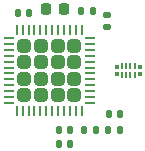
<source format=gbr>
%TF.GenerationSoftware,KiCad,Pcbnew,9.0.0*%
%TF.CreationDate,2025-03-13T15:54:17-04:00*%
%TF.ProjectId,IngestibleCapsule-Board,496e6765-7374-4696-926c-654361707375,rev?*%
%TF.SameCoordinates,Original*%
%TF.FileFunction,Paste,Top*%
%TF.FilePolarity,Positive*%
%FSLAX46Y46*%
G04 Gerber Fmt 4.6, Leading zero omitted, Abs format (unit mm)*
G04 Created by KiCad (PCBNEW 9.0.0) date 2025-03-13 15:54:17*
%MOMM*%
%LPD*%
G01*
G04 APERTURE LIST*
G04 Aperture macros list*
%AMRoundRect*
0 Rectangle with rounded corners*
0 $1 Rounding radius*
0 $2 $3 $4 $5 $6 $7 $8 $9 X,Y pos of 4 corners*
0 Add a 4 corners polygon primitive as box body*
4,1,4,$2,$3,$4,$5,$6,$7,$8,$9,$2,$3,0*
0 Add four circle primitives for the rounded corners*
1,1,$1+$1,$2,$3*
1,1,$1+$1,$4,$5*
1,1,$1+$1,$6,$7*
1,1,$1+$1,$8,$9*
0 Add four rect primitives between the rounded corners*
20,1,$1+$1,$2,$3,$4,$5,0*
20,1,$1+$1,$4,$5,$6,$7,0*
20,1,$1+$1,$6,$7,$8,$9,0*
20,1,$1+$1,$8,$9,$2,$3,0*%
G04 Aperture macros list end*
%ADD10RoundRect,0.140000X-0.140000X-0.170000X0.140000X-0.170000X0.140000X0.170000X-0.140000X0.170000X0*%
%ADD11RoundRect,0.225000X-0.225000X-0.250000X0.225000X-0.250000X0.225000X0.250000X-0.225000X0.250000X0*%
%ADD12RoundRect,0.140000X0.170000X-0.140000X0.170000X0.140000X-0.170000X0.140000X-0.170000X-0.140000X0*%
%ADD13RoundRect,0.135000X-0.135000X-0.185000X0.135000X-0.185000X0.135000X0.185000X-0.135000X0.185000X0*%
%ADD14R,0.380000X0.300000*%
%ADD15R,0.200000X0.520000*%
%ADD16RoundRect,0.250000X-0.315000X-0.315000X0.315000X-0.315000X0.315000X0.315000X-0.315000X0.315000X0*%
%ADD17RoundRect,0.062500X-0.375000X-0.062500X0.375000X-0.062500X0.375000X0.062500X-0.375000X0.062500X0*%
%ADD18RoundRect,0.062500X-0.062500X-0.375000X0.062500X-0.375000X0.062500X0.375000X-0.062500X0.375000X0*%
G04 APERTURE END LIST*
D10*
%TO.C,C5*%
X95620000Y-70100000D03*
X96580000Y-70100000D03*
%TD*%
%TO.C,C9*%
X99140000Y-81200000D03*
X100100000Y-81200000D03*
%TD*%
D11*
%TO.C,C10*%
X98000000Y-69800000D03*
X99550000Y-69800000D03*
%TD*%
D10*
%TO.C,C8*%
X99140000Y-80075000D03*
X100100000Y-80075000D03*
%TD*%
%TO.C,C11*%
X103320000Y-78700000D03*
X104280000Y-78700000D03*
%TD*%
D12*
%TO.C,C6*%
X103200000Y-71280000D03*
X103200000Y-70320000D03*
%TD*%
D10*
%TO.C,C7*%
X101260000Y-80000000D03*
X102220000Y-80000000D03*
%TD*%
D13*
%TO.C,R3*%
X103300000Y-80000000D03*
X104320000Y-80000000D03*
%TD*%
D14*
%TO.C,J2*%
X104035000Y-74720000D03*
X104035000Y-75280000D03*
X105965000Y-74720000D03*
X105965000Y-75280000D03*
D15*
X104475000Y-74610000D03*
X104475000Y-75390000D03*
X104825000Y-74610000D03*
X104825000Y-75390000D03*
X105175000Y-74610000D03*
X105175000Y-75390000D03*
X105525000Y-74610000D03*
X105525000Y-75390000D03*
%TD*%
D16*
%TO.C,U1*%
X96200000Y-72900000D03*
X96200000Y-74300000D03*
X96200000Y-75700000D03*
X96200000Y-77100000D03*
X97600000Y-72900000D03*
X97600000Y-74300000D03*
X97600000Y-75700000D03*
X97600000Y-77100000D03*
X99000000Y-72900000D03*
X99000000Y-74300000D03*
X99000000Y-75700000D03*
X99000000Y-77100000D03*
X100400000Y-72900000D03*
X100400000Y-74300000D03*
X100400000Y-75700000D03*
X100400000Y-77100000D03*
D17*
X94862500Y-72250000D03*
X94862500Y-72750000D03*
X94862500Y-73250000D03*
X94862500Y-73750000D03*
X94862500Y-74250000D03*
X94862500Y-74750000D03*
X94862500Y-75250000D03*
X94862500Y-75750000D03*
X94862500Y-76250000D03*
X94862500Y-76750000D03*
X94862500Y-77250000D03*
X94862500Y-77750000D03*
D18*
X95550000Y-78437500D03*
X96050000Y-78437500D03*
X96550000Y-78437500D03*
X97050000Y-78437500D03*
X97550000Y-78437500D03*
X98050000Y-78437500D03*
X98550000Y-78437500D03*
X99050000Y-78437500D03*
X99550000Y-78437500D03*
X100050000Y-78437500D03*
X100550000Y-78437500D03*
X101050000Y-78437500D03*
D17*
X101737500Y-77750000D03*
X101737500Y-77250000D03*
X101737500Y-76750000D03*
X101737500Y-76250000D03*
X101737500Y-75750000D03*
X101737500Y-75250000D03*
X101737500Y-74750000D03*
X101737500Y-74250000D03*
X101737500Y-73750000D03*
X101737500Y-73250000D03*
X101737500Y-72750000D03*
X101737500Y-72250000D03*
D18*
X101050000Y-71562500D03*
X100550000Y-71562500D03*
X100050000Y-71562500D03*
X99550000Y-71562500D03*
X99050000Y-71562500D03*
X98550000Y-71562500D03*
X98050000Y-71562500D03*
X97550000Y-71562500D03*
X97050000Y-71562500D03*
X96550000Y-71562500D03*
X96050000Y-71562500D03*
X95550000Y-71562500D03*
%TD*%
D13*
%TO.C,R2*%
X100980000Y-70000000D03*
X102000000Y-70000000D03*
%TD*%
M02*

</source>
